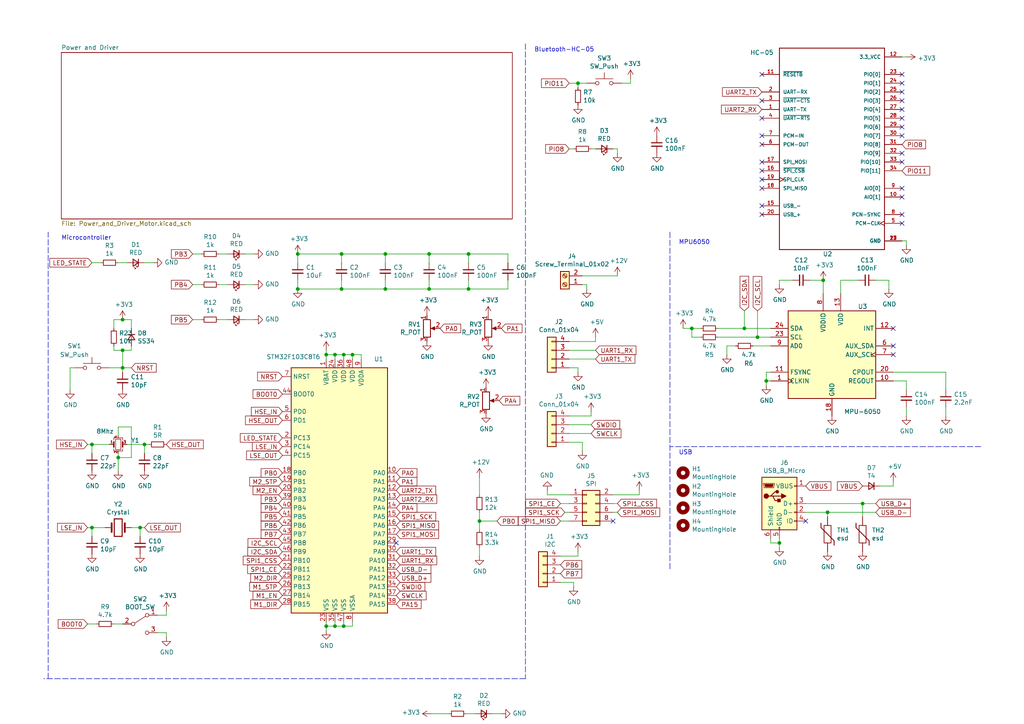
<source format=kicad_sch>
(kicad_sch (version 20211123) (generator eeschema)
  (paper "A4")
  (junction (at 94.615 102.87))
  (junction (at 200.66 95.25))
  (junction (at 238.76 81.28))
  (junction (at 111.76 83.82))
  (junction (at 226.06 157.48))
  (junction (at 26.67 153.035))
  (junction (at 41.91 128.905))
  (junction (at 135.89 73.66))
  (junction (at 35.56 106.68))
  (junction (at 102.235 102.87))
  (junction (at 97.155 102.87))
  (junction (at 86.36 73.66))
  (junction (at 26.67 128.905))
  (junction (at 99.695 181.61))
  (junction (at 135.89 83.82))
  (junction (at 215.9 95.25))
  (junction (at 97.155 181.61))
  (junction (at 35.56 101.6))
  (junction (at 167.64 24.13))
  (junction (at 222.25 110.49))
  (junction (at 240.03 148.59))
  (junction (at 250.19 146.05))
  (junction (at 139.065 151.13))
  (junction (at 94.615 181.61))
  (junction (at 40.64 153.035))
  (junction (at 124.46 83.82))
  (junction (at 124.46 73.66))
  (junction (at 99.06 83.82))
  (junction (at 219.71 97.79))
  (junction (at 99.695 102.87))
  (junction (at 86.36 83.82))
  (junction (at 99.06 73.66))
  (junction (at 34.29 132.715))
  (junction (at 111.76 73.66))
  (junction (at 35.56 92.71))
  (no_connect (at 220.98 41.91))
  (no_connect (at 261.62 54.61))
  (no_connect (at 220.98 34.29))
  (no_connect (at 114.935 157.48))
  (no_connect (at 259.08 95.25))
  (no_connect (at 233.68 151.13))
  (no_connect (at 261.62 24.13))
  (no_connect (at 220.98 46.99))
  (no_connect (at 220.98 29.21))
  (no_connect (at 220.98 39.37))
  (no_connect (at 261.62 26.67))
  (no_connect (at 177.8 151.13))
  (no_connect (at 261.62 64.77))
  (no_connect (at 220.98 21.59))
  (no_connect (at 261.62 62.23))
  (no_connect (at 220.98 59.69))
  (no_connect (at 220.98 54.61))
  (no_connect (at 261.62 34.29))
  (no_connect (at 261.62 36.83))
  (no_connect (at 259.08 102.87))
  (no_connect (at 261.62 39.37))
  (no_connect (at 220.98 52.07))
  (no_connect (at 220.98 49.53))
  (no_connect (at 261.62 21.59))
  (no_connect (at 220.98 62.23))
  (no_connect (at 261.62 44.45))
  (no_connect (at 261.62 29.21))
  (no_connect (at 261.62 46.99))
  (no_connect (at 259.08 100.33))
  (no_connect (at 261.62 57.15))
  (no_connect (at 261.62 31.75))
  (wire (pts (xy 142.875 207.01) (xy 145.415 207.01)))
  (wire (pts (xy 179.07 80.01) (xy 168.91 80.01)))
  (wire (pts (xy 262.89 120.65) (xy 262.89 118.11)))
  (wire (pts (xy 229.87 81.28) (xy 226.06 81.28)))
  (wire (pts (xy 223.52 100.33) (xy 218.44 100.33)))
  (wire (pts (xy 165.1 120.65) (xy 171.45 120.65)))
  (wire (pts (xy 40.64 153.035) (xy 41.91 153.035)))
  (wire (pts (xy 135.89 81.28) (xy 135.89 83.82)))
  (wire (pts (xy 203.2 95.25) (xy 200.66 95.25)))
  (wire (pts (xy 26.67 153.035) (xy 25.4 153.035)))
  (wire (pts (xy 40.64 155.575) (xy 40.64 153.035)))
  (wire (pts (xy 177.8 146.05) (xy 179.07 146.05)))
  (wire (pts (xy 147.32 81.28) (xy 147.32 83.82)))
  (wire (pts (xy 71.12 73.66) (xy 73.66 73.66)))
  (wire (pts (xy 222.25 107.95) (xy 222.25 110.49)))
  (wire (pts (xy 243.84 85.09) (xy 243.84 81.28)))
  (wire (pts (xy 58.42 82.55) (xy 55.88 82.55)))
  (wire (pts (xy 261.62 69.85) (xy 262.89 69.85)))
  (wire (pts (xy 240.03 148.59) (xy 233.68 148.59)))
  (wire (pts (xy 35.56 92.71) (xy 38.1 92.71)))
  (wire (pts (xy 26.67 128.905) (xy 25.4 128.905)))
  (wire (pts (xy 165.1 101.6) (xy 172.72 101.6)))
  (wire (pts (xy 38.1 123.825) (xy 38.1 132.715)))
  (wire (pts (xy 167.64 24.13) (xy 170.18 24.13)))
  (wire (pts (xy 41.91 131.445) (xy 41.91 128.905)))
  (wire (pts (xy 259.08 107.95) (xy 274.32 107.95)))
  (wire (pts (xy 162.56 151.13) (xy 165.1 151.13)))
  (wire (pts (xy 99.06 76.2) (xy 99.06 73.66)))
  (wire (pts (xy 102.235 102.87) (xy 104.775 102.87)))
  (wire (pts (xy 45.72 183.515) (xy 48.26 183.515)))
  (wire (pts (xy 172.72 99.06) (xy 165.1 99.06)))
  (wire (pts (xy 213.36 100.33) (xy 210.82 100.33)))
  (wire (pts (xy 165.1 143.51) (xy 158.75 143.51)))
  (wire (pts (xy 177.8 143.51) (xy 185.42 143.51)))
  (wire (pts (xy 34.29 123.825) (xy 38.1 123.825)))
  (wire (pts (xy 33.02 92.71) (xy 33.02 95.25)))
  (wire (pts (xy 40.64 153.035) (xy 38.1 153.035)))
  (wire (pts (xy 203.2 97.79) (xy 200.66 97.79)))
  (wire (pts (xy 99.06 83.82) (xy 86.36 83.82)))
  (wire (pts (xy 165.1 24.13) (xy 167.64 24.13)))
  (wire (pts (xy 124.46 73.66) (xy 135.89 73.66)))
  (wire (pts (xy 99.695 102.87) (xy 102.235 102.87)))
  (wire (pts (xy 259.08 140.97) (xy 259.08 139.7)))
  (wire (pts (xy 226.06 157.48) (xy 226.06 156.21)))
  (wire (pts (xy 26.67 131.445) (xy 26.67 128.905)))
  (wire (pts (xy 215.9 90.17) (xy 215.9 95.25)))
  (wire (pts (xy 26.67 128.905) (xy 31.75 128.905)))
  (wire (pts (xy 139.065 151.13) (xy 139.065 148.59)))
  (wire (pts (xy 86.36 76.2) (xy 86.36 73.66)))
  (wire (pts (xy 41.91 128.905) (xy 43.18 128.905)))
  (wire (pts (xy 63.5 92.71) (xy 66.04 92.71)))
  (wire (pts (xy 167.64 106.68) (xy 167.64 107.95)))
  (wire (pts (xy 250.19 146.05) (xy 254 146.05)))
  (wire (pts (xy 97.155 181.61) (xy 99.695 181.61)))
  (polyline (pts (xy 152.4 12.7) (xy 152.4 196.85)))
  (wire (pts (xy 97.155 102.87) (xy 97.155 104.14)))
  (wire (pts (xy 34.29 126.365) (xy 34.29 123.825)))
  (wire (pts (xy 99.695 181.61) (xy 102.235 181.61)))
  (wire (pts (xy 111.76 83.82) (xy 99.06 83.82)))
  (wire (pts (xy 27.94 180.975) (xy 25.4 180.975)))
  (wire (pts (xy 33.02 180.975) (xy 35.56 180.975)))
  (wire (pts (xy 274.32 118.11) (xy 274.32 120.65)))
  (wire (pts (xy 34.29 76.2) (xy 36.83 76.2)))
  (wire (pts (xy 102.235 181.61) (xy 102.235 180.34)))
  (wire (pts (xy 139.065 158.75) (xy 139.065 161.29)))
  (wire (pts (xy 21.59 106.68) (xy 20.32 106.68)))
  (wire (pts (xy 172.72 104.14) (xy 165.1 104.14)))
  (wire (pts (xy 165.1 128.27) (xy 168.91 128.27)))
  (wire (pts (xy 35.56 101.6) (xy 38.1 101.6)))
  (polyline (pts (xy 194.31 67.31) (xy 194.31 165.1)))
  (wire (pts (xy 99.695 180.34) (xy 99.695 181.61)))
  (wire (pts (xy 139.065 138.43) (xy 139.065 143.51)))
  (wire (pts (xy 48.26 183.515) (xy 48.26 184.785)))
  (wire (pts (xy 125.095 207.01) (xy 130.175 207.01)))
  (wire (pts (xy 124.46 83.82) (xy 111.76 83.82)))
  (wire (pts (xy 226.06 158.75) (xy 226.06 157.48)))
  (wire (pts (xy 86.36 73.66) (xy 99.06 73.66)))
  (wire (pts (xy 58.42 73.66) (xy 55.88 73.66)))
  (wire (pts (xy 165.1 146.05) (xy 162.56 146.05)))
  (wire (pts (xy 200.66 97.79) (xy 200.66 95.25)))
  (wire (pts (xy 259.08 110.49) (xy 262.89 110.49)))
  (wire (pts (xy 30.48 153.035) (xy 26.67 153.035)))
  (wire (pts (xy 179.07 43.18) (xy 179.07 44.45)))
  (wire (pts (xy 222.25 110.49) (xy 222.25 111.76)))
  (wire (pts (xy 223.52 97.79) (xy 219.71 97.79)))
  (wire (pts (xy 200.66 95.25) (xy 198.12 95.25)))
  (polyline (pts (xy 13.97 196.85) (xy 13.97 67.31)))
  (wire (pts (xy 94.615 102.87) (xy 94.615 104.14)))
  (wire (pts (xy 71.12 92.71) (xy 73.66 92.71)))
  (wire (pts (xy 94.615 101.6) (xy 94.615 102.87)))
  (wire (pts (xy 38.1 101.6) (xy 38.1 100.33)))
  (wire (pts (xy 254 148.59) (xy 240.03 148.59)))
  (wire (pts (xy 33.02 101.6) (xy 35.56 101.6)))
  (wire (pts (xy 48.26 177.165) (xy 48.26 178.435)))
  (wire (pts (xy 97.155 180.34) (xy 97.155 181.61)))
  (wire (pts (xy 182.88 24.13) (xy 180.34 24.13)))
  (wire (pts (xy 111.76 73.66) (xy 124.46 73.66)))
  (wire (pts (xy 234.95 81.28) (xy 238.76 81.28)))
  (wire (pts (xy 147.32 73.66) (xy 135.89 73.66)))
  (wire (pts (xy 208.28 95.25) (xy 215.9 95.25)))
  (wire (pts (xy 38.1 106.68) (xy 35.56 106.68)))
  (wire (pts (xy 274.32 107.95) (xy 274.32 113.03)))
  (wire (pts (xy 223.52 107.95) (xy 222.25 107.95)))
  (wire (pts (xy 58.42 92.71) (xy 55.88 92.71)))
  (wire (pts (xy 233.68 146.05) (xy 250.19 146.05)))
  (wire (pts (xy 219.71 97.79) (xy 208.28 97.79)))
  (wire (pts (xy 63.5 82.55) (xy 66.04 82.55)))
  (wire (pts (xy 238.76 81.28) (xy 238.76 85.09)))
  (wire (pts (xy 124.46 81.28) (xy 124.46 83.82)))
  (wire (pts (xy 167.64 160.02) (xy 167.64 161.29)))
  (wire (pts (xy 243.84 81.28) (xy 248.92 81.28)))
  (wire (pts (xy 177.8 148.59) (xy 179.07 148.59)))
  (wire (pts (xy 223.52 157.48) (xy 226.06 157.48)))
  (wire (pts (xy 94.615 180.34) (xy 94.615 181.61)))
  (wire (pts (xy 170.18 82.55) (xy 170.18 83.82)))
  (wire (pts (xy 262.89 16.51) (xy 261.62 16.51)))
  (wire (pts (xy 135.255 207.01) (xy 137.795 207.01)))
  (wire (pts (xy 41.91 76.2) (xy 44.45 76.2)))
  (wire (pts (xy 147.32 83.82) (xy 135.89 83.82)))
  (wire (pts (xy 38.1 92.71) (xy 38.1 95.25)))
  (wire (pts (xy 223.52 110.49) (xy 222.25 110.49)))
  (wire (pts (xy 139.065 153.67) (xy 139.065 151.13)))
  (wire (pts (xy 124.46 73.66) (xy 124.46 76.2)))
  (wire (pts (xy 215.9 95.25) (xy 223.52 95.25)))
  (wire (pts (xy 166.37 168.91) (xy 166.37 170.18)))
  (wire (pts (xy 219.71 90.17) (xy 219.71 97.79)))
  (wire (pts (xy 257.81 81.28) (xy 257.81 83.82)))
  (wire (pts (xy 168.91 128.27) (xy 168.91 130.81)))
  (wire (pts (xy 166.37 43.18) (xy 165.1 43.18)))
  (wire (pts (xy 35.56 101.6) (xy 35.56 106.68)))
  (wire (pts (xy 165.1 106.68) (xy 167.64 106.68)))
  (wire (pts (xy 135.89 73.66) (xy 135.89 76.2)))
  (wire (pts (xy 94.615 181.61) (xy 94.615 182.88)))
  (wire (pts (xy 254 81.28) (xy 257.81 81.28)))
  (polyline (pts (xy 284.48 129.54) (xy 194.31 129.54)))
  (wire (pts (xy 167.64 25.4) (xy 167.64 24.13)))
  (wire (pts (xy 147.32 76.2) (xy 147.32 73.66)))
  (wire (pts (xy 104.775 102.87) (xy 104.775 104.14)))
  (wire (pts (xy 34.29 136.525) (xy 34.29 132.715)))
  (wire (pts (xy 167.64 161.29) (xy 162.56 161.29)))
  (wire (pts (xy 135.89 83.82) (xy 124.46 83.82)))
  (wire (pts (xy 36.83 128.905) (xy 41.91 128.905)))
  (wire (pts (xy 172.72 43.18) (xy 171.45 43.18)))
  (wire (pts (xy 99.695 104.14) (xy 99.695 102.87)))
  (wire (pts (xy 144.145 151.13) (xy 139.065 151.13)))
  (wire (pts (xy 35.56 92.71) (xy 33.02 92.71)))
  (wire (pts (xy 97.155 102.87) (xy 99.695 102.87)))
  (wire (pts (xy 99.06 73.66) (xy 111.76 73.66)))
  (wire (pts (xy 94.615 181.61) (xy 97.155 181.61)))
  (wire (pts (xy 182.88 22.86) (xy 182.88 24.13)))
  (wire (pts (xy 99.06 81.28) (xy 99.06 83.82)))
  (wire (pts (xy 34.29 132.715) (xy 34.29 131.445)))
  (wire (pts (xy 111.76 76.2) (xy 111.76 73.66)))
  (wire (pts (xy 168.91 82.55) (xy 170.18 82.55)))
  (wire (pts (xy 172.72 97.79) (xy 172.72 99.06)))
  (wire (pts (xy 162.56 168.91) (xy 166.37 168.91)))
  (wire (pts (xy 38.1 132.715) (xy 34.29 132.715)))
  (wire (pts (xy 250.19 149.86) (xy 250.19 146.05)))
  (wire (pts (xy 262.89 110.49) (xy 262.89 113.03)))
  (wire (pts (xy 185.42 143.51) (xy 185.42 142.24)))
  (wire (pts (xy 63.5 73.66) (xy 66.04 73.66)))
  (wire (pts (xy 33.02 100.33) (xy 33.02 101.6)))
  (wire (pts (xy 210.82 100.33) (xy 210.82 102.87)))
  (wire (pts (xy 35.56 107.95) (xy 35.56 106.68)))
  (wire (pts (xy 35.56 106.68) (xy 31.75 106.68)))
  (wire (pts (xy 240.03 149.86) (xy 240.03 148.59)))
  (wire (pts (xy 102.235 104.14) (xy 102.235 102.87)))
  (wire (pts (xy 111.76 81.28) (xy 111.76 83.82)))
  (wire (pts (xy 20.32 106.68) (xy 20.32 113.03)))
  (wire (pts (xy 26.67 155.575) (xy 26.67 153.035)))
  (wire (pts (xy 226.06 81.28) (xy 226.06 82.55)))
  (wire (pts (xy 262.89 69.85) (xy 262.89 71.12)))
  (wire (pts (xy 48.26 178.435) (xy 45.72 178.435)))
  (wire (pts (xy 86.36 81.28) (xy 86.36 83.82)))
  (wire (pts (xy 223.52 156.21) (xy 223.52 157.48)))
  (wire (pts (xy 97.155 102.87) (xy 94.615 102.87)))
  (wire (pts (xy 165.1 148.59) (xy 163.83 148.59)))
  (wire (pts (xy 165.1 125.73) (xy 171.45 125.73)))
  (polyline (pts (xy 152.4 196.85) (xy 12.7 196.85)))
  (wire (pts (xy 171.45 123.19) (xy 165.1 123.19)))
  (wire (pts (xy 158.75 143.51) (xy 158.75 142.24)))
  (wire (pts (xy 29.21 76.2) (xy 26.67 76.2)))
  (wire (pts (xy 177.8 43.18) (xy 179.07 43.18)))
  (wire (pts (xy 171.45 120.65) (xy 171.45 119.38)))
  (wire (pts (xy 71.12 82.55) (xy 73.66 82.55)))
  (wire (pts (xy 255.27 140.97) (xy 259.08 140.97)))
  (text "Microcontroller\n" (at 17.78 69.85 0) (effects (font (size 1.27 1.27)) (justify left bottom)))
  (text "MPU6050\n" (at 196.85 71.12 0) (effects (font (size 1.27 1.27)) (justify left bottom)))
  (text "USB" (at 196.85 132.08 0) (effects (font (size 1.27 1.27)) (justify left bottom)))
  (text "Bluetooth-HC-05" (at 154.94 15.24 0) (effects (font (size 1.27 1.27)) (justify left bottom)))
  (global_label "PA1" (shape input) (at 114.935 139.7 0) (property "Intersheet References" "${INTERSHEET_REFS}" (effects hide)))
  (global_label "USB_D+" (shape input) (at 114.935 167.64 0) (property "Intersheet References" "${INTERSHEET_REFS}" (effects hide)))
  (global_label "M1_DIR" (shape input) (at 81.915 175.26 180) (property "Intersheet References" "${INTERSHEET_REFS}" (effects hide)))
  (global_label "I2C_SDA" (shape input) (at 81.915 160.02 180) (property "Intersheet References" "${INTERSHEET_REFS}" (effects hide)))
  (global_label "M2_DIR" (shape input) (at 81.915 167.64 180) (property "Intersheet References" "${INTERSHEET_REFS}" (effects hide)))
  (global_label "PB5" (shape input) (at 81.915 149.86 180) (property "Intersheet References" "${INTERSHEET_REFS}" (effects hide)))
  (global_label "UART1_RX" (shape input) (at 172.72 101.6 0) (property "Intersheet References" "${INTERSHEET_REFS}" (effects hide)))
  (global_label "PA15" (shape input) (at 114.935 175.26 0) (property "Intersheet References" "${INTERSHEET_REFS}" (effects hide)))
  (global_label "UART2_RX" (shape input) (at 220.98 31.75 180) (property "Intersheet References" "${INTERSHEET_REFS}" (effects hide)))
  (global_label "BOOT0" (shape input) (at 81.915 114.3 180) (property "Intersheet References" "${INTERSHEET_REFS}" (effects hide)))
  (global_label "USB_D-" (shape input) (at 114.935 165.1 0) (property "Intersheet References" "${INTERSHEET_REFS}" (effects hide)))
  (global_label "PA4" (shape input) (at 144.78 116.205 0) (property "Intersheet References" "${INTERSHEET_REFS}" (effects hide)))
  (global_label "NRST" (shape input) (at 81.915 109.22 180) (property "Intersheet References" "${INTERSHEET_REFS}" (effects hide)))
  (global_label "M2_EN" (shape input) (at 81.915 142.24 180) (property "Intersheet References" "${INTERSHEET_REFS}" (effects hide)))
  (global_label "PB5" (shape input) (at 55.88 92.71 180) (property "Intersheet References" "${INTERSHEET_REFS}" (effects hide)))
  (global_label "PA0" (shape input) (at 114.935 137.16 0) (property "Intersheet References" "${INTERSHEET_REFS}" (effects hide)))
  (global_label "M2_STP" (shape input) (at 81.915 139.7 180) (property "Intersheet References" "${INTERSHEET_REFS}" (effects hide)))
  (global_label "UART2_RX" (shape input) (at 114.935 144.78 0) (property "Intersheet References" "${INTERSHEET_REFS}" (effects hide)))
  (global_label "PIO11" (shape input) (at 165.1 24.13 180) (property "Intersheet References" "${INTERSHEET_REFS}" (effects hide)))
  (global_label "PB6" (shape input) (at 162.56 163.83 0) (property "Intersheet References" "${INTERSHEET_REFS}" (effects hide)))
  (global_label "PB3" (shape input) (at 81.915 144.78 180) (property "Intersheet References" "${INTERSHEET_REFS}" (effects hide)))
  (global_label "USB_D+" (shape input) (at 254 146.05 0) (property "Intersheet References" "${INTERSHEET_REFS}" (effects hide)))
  (global_label "SPI1_MISO" (shape input) (at 162.56 151.13 180) (property "Intersheet References" "${INTERSHEET_REFS}" (effects hide)))
  (global_label "LSE_IN" (shape input) (at 25.4 153.035 180) (property "Intersheet References" "${INTERSHEET_REFS}" (effects hide)))
  (global_label "SWCLK" (shape input) (at 114.935 172.72 0) (property "Intersheet References" "${INTERSHEET_REFS}" (effects hide)))
  (global_label "VBUS" (shape input) (at 233.68 140.97 0) (property "Intersheet References" "${INTERSHEET_REFS}" (effects hide)))
  (global_label "PIO8" (shape input) (at 165.1 43.18 180) (property "Intersheet References" "${INTERSHEET_REFS}" (effects hide)))
  (global_label "LED_STATE" (shape input) (at 26.67 76.2 180) (property "Intersheet References" "${INTERSHEET_REFS}" (effects hide)))
  (global_label "UART1_TX" (shape input) (at 114.935 160.02 0) (property "Intersheet References" "${INTERSHEET_REFS}" (effects hide)))
  (global_label "PB3" (shape input) (at 55.88 73.66 180) (property "Intersheet References" "${INTERSHEET_REFS}" (effects hide)))
  (global_label "SWCLK" (shape input) (at 171.45 125.73 0) (property "Intersheet References" "${INTERSHEET_REFS}" (effects hide)))
  (global_label "SPI1_SCK" (shape input) (at 163.83 148.59 180) (property "Intersheet References" "${INTERSHEET_REFS}" (effects hide)))
  (global_label "SPI1_CSS" (shape input) (at 179.07 146.05 0) (property "Intersheet References" "${INTERSHEET_REFS}" (effects hide)))
  (global_label "PA0" (shape input) (at 127.635 95.25 0) (property "Intersheet References" "${INTERSHEET_REFS}" (effects hide)))
  (global_label "PB4" (shape input) (at 55.88 82.55 180) (property "Intersheet References" "${INTERSHEET_REFS}" (effects hide)))
  (global_label "UART2_TX" (shape input) (at 220.98 26.67 180) (property "Intersheet References" "${INTERSHEET_REFS}" (effects hide)))
  (global_label "I2C_SDA" (shape input) (at 215.9 90.17 90) (property "Intersheet References" "${INTERSHEET_REFS}" (effects hide)))
  (global_label "HSE_OUT" (shape input) (at 48.26 128.905 0) (property "Intersheet References" "${INTERSHEET_REFS}" (effects hide)))
  (global_label "M1_STP" (shape input) (at 81.915 170.18 180) (property "Intersheet References" "${INTERSHEET_REFS}" (effects hide)))
  (global_label "LSE_IN" (shape input) (at 81.915 129.54 180) (property "Intersheet References" "${INTERSHEET_REFS}" (effects hide)))
  (global_label "SPI1_MOSI" (shape input) (at 114.935 154.94 0) (property "Intersheet References" "${INTERSHEET_REFS}" (effects hide)))
  (global_label "LSE_OUT" (shape input) (at 81.915 132.08 180) (property "Intersheet References" "${INTERSHEET_REFS}" (effects hide)))
  (global_label "PA1" (shape input) (at 145.415 95.25 0) (property "Intersheet References" "${INTERSHEET_REFS}" (effects hide)))
  (global_label "SPI1_CE" (shape input) (at 162.56 146.05 180) (property "Intersheet References" "${INTERSHEET_REFS}" (effects hide)))
  (global_label "VBUS" (shape input) (at 250.19 140.97 180) (property "Intersheet References" "${INTERSHEET_REFS}" (effects hide)))
  (global_label "I2C_SCL" (shape input) (at 219.71 90.17 90) (property "Intersheet References" "${INTERSHEET_REFS}" (effects hide)))
  (global_label "I2C_SCL" (shape input) (at 81.915 157.48 180) (property "Intersheet References" "${INTERSHEET_REFS}" (effects hide)))
  (global_label "HSE_IN" (shape input) (at 81.915 119.38 180) (property "Intersheet References" "${INTERSHEET_REFS}" (effects hide)))
  (global_label "SWDIO" (shape input) (at 114.935 170.18 0) (property "Intersheet References" "${INTERSHEET_REFS}" (effects hide)))
  (global_label "HSE_OUT" (shape input) (at 81.915 121.92 180) (property "Intersheet References" "${INTERSHEET_REFS}" (effects hide)))
  (global_label "PA4" (shape input) (at 114.935 147.32 0) (property "Intersheet References" "${INTERSHEET_REFS}" (effects hide)))
  (global_label "BOOT0" (shape input) (at 25.4 180.975 180) (property "Intersheet References" "${INTERSHEET_REFS}" (effects hide)))
  (global_label "SPI1_CSS" (shape input) (at 81.915 162.56 180) (property "Intersheet References" "${INTERSHEET_REFS}" (effects hide)))
  (global_label "PB0" (shape input) (at 81.915 137.16 180) (property "Intersheet References" "${INTERSHEET_REFS}" (effects hide)))
  (global_label "PIO8" (shape input) (at 261.62 41.91 0) (property "Intersheet References" "${INTERSHEET_REFS}" (effects hide)))
  (global_label "PB7" (shape input) (at 81.915 154.94 180) (property "Intersheet References" "${INTERSHEET_REFS}" (effects hide)))
  (global_label "PB4" (shape input) (at 81.915 147.32 180) (property "Intersheet References" "${INTERSHEET_REFS}" (effects hide)))
  (global_label "PIO11" (shape input) (at 261.62 49.53 0) (property "Intersheet References" "${INTERSHEET_REFS}" (effects hide)))
  (global_label "LSE_OUT" (shape input) (at 41.91 153.035 0) (property "Intersheet References" "${INTERSHEET_REFS}" (effects hide)))
  (global_label "PB6" (shape input) (at 81.915 152.4 180) (property "Intersheet References" "${INTERSHEET_REFS}" (effects hide)))
  (global_label "NRST" (shape input) (at 38.1 106.68 0) (property "Intersheet References" "${INTERSHEET_REFS}" (effects hide)))
  (global_label "LED_STATE" (shape input) (at 81.915 127 180) (property "Intersheet References" "${INTERSHEET_REFS}" (effects hide)))
  (global_label "UART2_TX" (shape input) (at 114.935 142.24 0) (property "Intersheet References" "${INTERSHEET_REFS}" (effects hide)))
  (global_label "HSE_IN" (shape input) (at 25.4 128.905 180) (property "Intersheet References" "${INTERSHEET_REFS}" (effects hide)))
  (global_label "UART1_RX" (shape input) (at 114.935 162.56 0) (property "Intersheet References" "${INTERSHEET_REFS}" (effects hide)))
  (global_label "SPI1_MOSI" (shape input) (at 179.07 148.59 0) (property "Intersheet References" "${INTERSHEET_REFS}" (effects hide)))
  (global_label "M1_EN" (shape input) (at 81.915 172.72 180) (property "Intersheet References" "${INTERSHEET_REFS}" (effects hide)))
  (global_label "SPI1_CE" (shape input) (at 81.915 165.1 180) (property "Intersheet References" "${INTERSHEET_REFS}" (effects hide)))
  (global_label "UART1_TX" (shape input) (at 172.72 104.14 0) (property "Intersheet References" "${INTERSHEET_REFS}" (effects hide)))
  (global_label "PB7" (shape input) (at 162.56 166.37 0) (property "Intersheet References" "${INTERSHEET_REFS}" (effects hide)))
  (global_label "PB0" (shape input) (at 144.145 151.13 0) (property "Intersheet References" "${INTERSHEET_REFS}" (effects hide)))
  (global_label "USB_D-" (shape input) (at 254 148.59 0) (property "Intersheet References" "${INTERSHEET_REFS}" (effects hide)))
  (global_label "SPI1_SCK" (shape input) (at 114.935 149.86 0) (property "Intersheet References" "${INTERSHEET_REFS}" (effects hide)))
  (global_label "SWDIO" (shape input) (at 171.45 123.19 0) (property "Intersheet References" "${INTERSHEET_REFS}" (effects hide)))
  (global_label "SPI1_MISO" (shape input) (at 114.935 152.4 0) (property "Intersheet References" "${INTERSHEET_REFS}" (effects hide)))
  (symbol (lib_id "Device:C_Small") (at 86.36 78.74 0) (unit 1)
    (property "Reference" "C1" (at 88.6968 77.5716 0) (effects (justify left)))
    (property "Value" "10uF" (at 88.6968 79.883 0) (effects (justify left)))
    (property "Footprint" "Capacitor_SMD:C_0805_2012Metric" (effects hide))
  )
  (symbol (lib_id "Device:C_Small") (at 99.06 78.74 0) (unit 1)
    (property "Reference" "C2" (at 101.3968 77.5716 0) (effects (justify left)))
    (property "Value" "100nF" (at 101.3968 79.883 0) (effects (justify left)))
    (property "Footprint" "Capacitor_SMD:C_0603_1608Metric" (effects hide))
  )
  (symbol (lib_id "Device:C_Small") (at 111.76 78.74 0) (unit 1)
    (property "Reference" "C3" (at 114.0968 77.5716 0) (effects (justify left)))
    (property "Value" "100nF" (at 114.0968 79.883 0) (effects (justify left)))
    (property "Footprint" "Capacitor_SMD:C_0603_1608Metric" (effects hide))
  )
  (symbol (lib_id "Device:C_Small") (at 124.46 78.74 0) (unit 1)
    (property "Reference" "C4" (at 126.7968 77.5716 0) (effects (justify left)))
    (property "Value" "100nF" (at 126.7968 79.883 0) (effects (justify left)))
    (property "Footprint" "Capacitor_SMD:C_0603_1608Metric" (effects hide))
  )
  (symbol (lib_id "Device:C_Small") (at 135.89 78.74 0) (unit 1)
    (property "Reference" "C5" (at 138.2268 77.5716 0) (effects (justify left)))
    (property "Value" "100nF" (at 138.2268 79.883 0) (effects (justify left)))
    (property "Footprint" "Capacitor_SMD:C_0603_1608Metric" (effects hide))
  )
  (symbol (lib_id "power:+3.3V") (at 86.36 73.66 0) (unit 1)
    (property "Reference" "#PWR014" (effects hide))
    (property "Value" "+3.3V" (at 86.741 69.2658 0))
  )
  (symbol (lib_id "power:GND") (at 86.36 83.82 0) (unit 1)
    (property "Reference" "#PWR015" (effects hide))
    (property "Value" "GND" (at 86.487 88.2142 0))
  )
  (symbol (lib_id "power:+3.3V") (at 94.615 101.6 0) (unit 1)
    (property "Reference" "#PWR016" (effects hide))
    (property "Value" "+3.3V" (at 94.996 97.2058 0))
  )
  (symbol (lib_id "MCU_ST_STM32F1:STM32F103C8Tx") (at 99.695 142.24 0) (unit 1)
    (property "Reference" "U1" (at 109.855 104.14 0))
    (property "Value" "STM32F103C8T6" (at 85.09 103.505 0))
    (property "Footprint" "Package_QFP:LQFP-48_7x7mm_P0.5mm" (effects hide))
    (property "Datasheet" "http://www.st.com/st-web-ui/static/active/en/resource/technical/document/datasheet/CD00161566.pdf" (effects hide))
  )
  (symbol (lib_id "Device:C_Small") (at 147.32 78.74 0) (unit 1)
    (property "Reference" "C6" (at 149.6568 77.5716 0) (effects (justify left)))
    (property "Value" "100nF" (at 149.6568 79.883 0) (effects (justify left)))
    (property "Footprint" "Capacitor_SMD:C_0603_1608Metric" (effects hide))
  )
  (symbol (lib_id "power:GND") (at 94.615 182.88 0) (unit 1)
    (property "Reference" "#PWR017" (effects hide))
    (property "Value" "GND" (at 94.742 187.2742 0))
  )
  (symbol (lib_id "Device:R_Small") (at 132.715 207.01 270) (unit 1)
    (property "Reference" "R2" (at 132.715 202.0316 90))
    (property "Value" "1k" (at 132.715 204.343 90))
    (property "Footprint" "Resistor_SMD:R_0603_1608Metric" (effects hide))
  )
  (symbol (lib_id "Device:R_Small") (at 30.48 180.975 90) (unit 1)
    (property "Reference" "R9" (at 30.48 175.9966 90))
    (property "Value" "4.7k" (at 30.48 178.308 90))
    (property "Footprint" "Resistor_SMD:R_0603_1608Metric" (effects hide))
  )
  (symbol (lib_id "Device:Crystal_GND24_Small") (at 34.29 128.905 0) (unit 1)
    (property "Reference" "Y1" (at 37.9476 127.7366 0) (effects (justify left)))
    (property "Value" "8Mhz" (at 27.94 125.095 0) (effects (justify left)))
    (property "Footprint" "Crystal:Crystal_SMD_3225-4Pin_3.2x2.5mm" (effects hide))
  )
  (symbol (lib_id "Device:R_Small") (at 45.72 128.905 270) (unit 1)
    (property "Reference" "R1" (at 45.72 123.9266 90))
    (property "Value" "5R" (at 45.72 126.238 90))
    (property "Footprint" "Resistor_SMD:R_0603_1608Metric" (effects hide))
  )
  (symbol (lib_id "Device:C_Small") (at 41.91 133.985 0) (unit 1)
    (property "Reference" "C8" (at 44.2468 132.8166 0) (effects (justify left)))
    (property "Value" "22pF" (at 44.2468 135.128 0) (effects (justify left)))
    (property "Footprint" "Capacitor_SMD:C_0603_1608Metric" (effects hide))
  )
  (symbol (lib_id "MBR-rescue:HC-05-HC-05") (at 241.3 44.45 0) (unit 1)
    (property "Reference" "U2" (at 240.03 73.66 0))
    (property "Value" "HC-05" (at 220.98 15.24 0))
    (property "Footprint" "HC-05:XCVR_HC-05" (effects hide))
    (property "Datasheet" "SOIC-14" (effects hide))
    (property "Field5" "Unavailable" (effects hide))
    (property "Field6" "HC-05" (effects hide))
    (property "Field7" "None" (effects hide))
    (property "Field8" "Texas Instruments" (effects hide))
  )
  (symbol (lib_id "Device:C_Small") (at 26.67 133.985 0) (unit 1)
    (property "Reference" "C7" (at 29.0068 132.8166 0) (effects (justify left)))
    (property "Value" "22pF" (at 29.0068 135.128 0) (effects (justify left)))
    (property "Footprint" "Capacitor_SMD:C_0603_1608Metric" (effects hide))
  )
  (symbol (lib_id "power:GND") (at 34.29 136.525 0) (unit 1)
    (property "Reference" "#PWR05" (effects hide))
    (property "Value" "GND" (at 34.417 140.9192 0))
  )
  (symbol (lib_id "power:GND") (at 26.67 136.525 0) (unit 1)
    (property "Reference" "#PWR01" (effects hide))
    (property "Value" "GND" (at 26.797 140.9192 0))
  )
  (symbol (lib_id "power:GND") (at 41.91 136.525 0) (unit 1)
    (property "Reference" "#PWR07" (effects hide))
    (property "Value" "GND" (at 42.037 140.9192 0))
  )
  (symbol (lib_id "Device:Crystal") (at 34.29 153.035 0) (unit 1)
    (property "Reference" "Y2" (at 34.29 146.2278 0))
    (property "Value" "Crystal" (at 34.29 148.5392 0))
    (property "Footprint" "Crystal:Crystal_C26-LF_D2.1mm_L6.5mm_Horizontal" (effects hide))
  )
  (symbol (lib_id "Device:C_Small") (at 26.67 158.115 0) (unit 1)
    (property "Reference" "C9" (at 29.0068 156.9466 0) (effects (justify left)))
    (property "Value" "10pF" (at 29.0068 159.258 0) (effects (justify left)))
    (property "Footprint" "Capacitor_SMD:C_0603_1608Metric" (effects hide))
  )
  (symbol (lib_id "Device:C_Small") (at 40.64 158.115 0) (unit 1)
    (property "Reference" "C10" (at 42.9768 156.9466 0) (effects (justify left)))
    (property "Value" "10pF" (at 42.9768 159.258 0) (effects (justify left)))
    (property "Footprint" "Capacitor_SMD:C_0603_1608Metric" (effects hide))
  )
  (symbol (lib_id "power:GND") (at 26.67 160.655 0) (unit 1)
    (property "Reference" "#PWR02" (effects hide))
    (property "Value" "GND" (at 26.797 165.0492 0))
  )
  (symbol (lib_id "power:GND") (at 40.64 160.655 0) (unit 1)
    (property "Reference" "#PWR06" (effects hide))
    (property "Value" "GND" (at 40.767 165.0492 0))
  )
  (symbol (lib_id "Switch:SW_Push") (at 26.67 106.68 0) (unit 1)
    (property "Reference" "SW1" (at 21.59 100.33 0))
    (property "Value" "SW_Push" (at 21.59 102.87 0))
    (property "Footprint" "Button_Switch_SMD:SW_SPST_TL3342" (effects hide))
  )
  (symbol (lib_id "Device:C_Small") (at 35.56 110.49 0) (unit 1)
    (property "Reference" "C11" (at 37.8968 109.3216 0) (effects (justify left)))
    (property "Value" "10pF" (at 37.8968 111.633 0) (effects (justify left)))
    (property "Footprint" "Capacitor_SMD:C_0603_1608Metric" (effects hide))
  )
  (symbol (lib_id "power:GND") (at 35.56 113.03 0) (unit 1)
    (property "Reference" "#PWR08" (effects hide))
    (property "Value" "GND" (at 35.687 117.4242 0))
  )
  (symbol (lib_id "power:GND") (at 20.32 113.03 0) (unit 1)
    (property "Reference" "#PWR03" (effects hide))
    (property "Value" "GND" (at 20.447 117.4242 0))
  )
  (symbol (lib_id "Device:LED_Small") (at 140.335 207.01 180) (unit 1)
    (property "Reference" "D2" (at 140.335 201.7522 0))
    (property "Value" "RED" (at 140.335 204.0636 0))
    (property "Footprint" "LED_SMD:LED_0603_1608Metric" (effects hide))
  )
  (symbol (lib_id "power:+3.3V") (at 125.095 207.01 90) (unit 1)
    (property "Reference" "#PWR018" (effects hide))
    (property "Value" "+3.3V" (at 121.8438 206.629 90) (effects (justify left)))
  )
  (symbol (lib_id "power:GND") (at 145.415 207.01 90) (unit 1)
    (property "Reference" "#PWR025" (effects hide))
    (property "Value" "GND" (at 148.6662 206.883 90) (effects (justify right)))
  )
  (symbol (lib_id "Device:R_Small") (at 31.75 76.2 270) (unit 1)
    (property "Reference" "R3" (at 31.75 71.2216 90))
    (property "Value" "1k" (at 31.75 73.533 90))
    (property "Footprint" "Resistor_SMD:R_0603_1608Metric" (effects hide))
  )
  (symbol (lib_id "Device:LED_Small") (at 39.37 76.2 180) (unit 1)
    (property "Reference" "D1" (at 39.37 70.9422 0))
    (property "Value" "RED" (at 39.37 73.2536 0))
    (property "Footprint" "LED_SMD:LED_0603_1608Metric" (effects hide))
  )
  (symbol (lib_id "power:GND") (at 44.45 76.2 90) (unit 1)
    (property "Reference" "#PWR04" (effects hide))
    (property "Value" "GND" (at 47.7012 76.073 90) (effects (justify right)))
  )
  (symbol (lib_id "Switch:SW_SPDT") (at 40.64 180.975 0) (unit 1)
    (property "Reference" "SW2" (at 40.64 173.736 0))
    (property "Value" "BOOT_SW" (at 40.64 176.0474 0))
    (property "Footprint" "Button_Switch_SMD:SW_SPDT_PCM12" (effects hide))
  )
  (symbol (lib_id "power:+3.3V") (at 48.26 177.165 0) (unit 1)
    (property "Reference" "#PWR09" (effects hide))
    (property "Value" "+3.3V" (at 48.641 172.7708 0))
  )
  (symbol (lib_id "power:GND") (at 48.26 184.785 0) (unit 1)
    (property "Reference" "#PWR010" (effects hide))
    (property "Value" "GND" (at 48.387 189.1792 0))
  )
  (symbol (lib_id "Sensor_Motion:MPU-6050") (at 241.3 102.87 0) (unit 1)
    (property "Reference" "U3" (at 250.19 88.9 0))
    (property "Value" "MPU-6050" (at 250.19 119.38 0))
    (property "Footprint" "Sensor_Motion:InvenSense_QFN-24_4x4mm_P0.5mm" (effects hide))
    (property "Datasheet" "https://store.invensense.com/datasheets/invensense/MPU-6050_DataSheet_V3%204.pdf" (effects hide))
  )
  (symbol (lib_id "Device:R_Small") (at 205.74 95.25 270) (unit 1)
    (property "Reference" "R4" (at 205.74 90.2716 90))
    (property "Value" "4.7k" (at 205.74 92.583 90))
    (property "Footprint" "Resistor_SMD:R_0603_1608Metric" (effects hide))
  )
  (symbol (lib_id "Device:R_Small") (at 205.74 97.79 270) (unit 1)
    (property "Reference" "R5" (at 205.74 102.87 90))
    (property "Value" "4.7k" (at 205.74 100.33 90))
    (property "Footprint" "Resistor_SMD:R_0603_1608Metric" (effects hide))
  )
  (symbol (lib_id "Device:R_Small") (at 215.9 100.33 270) (unit 1)
    (property "Reference" "R6" (at 217.17 105.41 90))
    (property "Value" "4.7k" (at 217.17 102.87 90))
    (property "Footprint" "Resistor_SMD:R_0603_1608Metric" (effects hide))
  )
  (symbol (lib_id "power:GND") (at 241.3 120.65 0) (unit 1)
    (property "Reference" "#PWR053" (effects hide))
    (property "Value" "GND" (at 241.427 125.0442 0))
  )
  (symbol (lib_id "power:GND") (at 222.25 111.76 0) (unit 1)
    (property "Reference" "#PWR047" (effects hide))
    (property "Value" "GND" (at 222.377 116.1542 0))
  )
  (symbol (lib_id "power:GND") (at 210.82 102.87 0) (unit 1)
    (property "Reference" "#PWR046" (effects hide))
    (property "Value" "GND" (at 210.947 107.2642 0))
  )
  (symbol (lib_id "power:+3.3V") (at 198.12 95.25 0) (unit 1)
    (property "Reference" "#PWR043" (effects hide))
    (property "Value" "+3.3V" (at 198.501 90.8558 0))
  )
  (symbol (lib_id "Device:C_Small") (at 262.89 115.57 0) (unit 1)
    (property "Reference" "C14" (at 265.2268 114.4016 0) (effects (justify left)))
    (property "Value" "100nF" (at 265.2268 116.713 0) (effects (justify left)))
    (property "Footprint" "Capacitor_SMD:C_0603_1608Metric" (effects hide))
  )
  (symbol (lib_id "power:GND") (at 262.89 120.65 0) (unit 1)
    (property "Reference" "#PWR059" (effects hide))
    (property "Value" "GND" (at 263.017 125.0442 0))
  )
  (symbol (lib_id "Device:C_Small") (at 274.32 115.57 0) (unit 1)
    (property "Reference" "C15" (at 276.6568 114.4016 0) (effects (justify left)))
    (property "Value" "2.2nF" (at 276.6568 116.713 0) (effects (justify left)))
    (property "Footprint" "Capacitor_SMD:C_0603_1608Metric" (effects hide))
  )
  (symbol (lib_id "power:GND") (at 274.32 120.65 0) (unit 1)
    (property "Reference" "#PWR060" (effects hide))
    (property "Value" "GND" (at 274.447 125.0442 0))
  )
  (symbol (lib_id "Device:C_Small") (at 251.46 81.28 270) (unit 1)
    (property "Reference" "C13" (at 251.46 75.4634 90))
    (property "Value" "100nF" (at 251.46 77.7748 90))
    (property "Footprint" "Capacitor_SMD:C_0603_1608Metric" (effects hide))
  )
  (symbol (lib_id "power:GND") (at 257.81 83.82 0) (unit 1)
    (property "Reference" "#PWR056" (effects hide))
    (property "Value" "GND" (at 257.937 88.2142 0))
  )
  (symbol (lib_id "Device:C_Small") (at 232.41 81.28 270) (unit 1)
    (property "Reference" "C12" (at 232.41 75.4634 90))
    (property "Value" "10nF" (at 232.41 77.7748 90))
    (property "Footprint" "Capacitor_SMD:C_0603_1608Metric" (effects hide))
  )
  (symbol (lib_id "power:+3.3V") (at 238.76 81.28 0) (unit 1)
    (property "Reference" "#PWR051" (effects hide))
    (property "Value" "+3.3V" (at 239.141 76.8858 0))
  )
  (symbol (lib_id "power:GND") (at 226.06 82.55 0) (unit 1)
    (property "Reference" "#PWR049" (effects hide))
    (property "Value" "GND" (at 226.187 86.9442 0))
  )
  (symbol (lib_id "Device:C_Small") (at 190.5 41.91 0) (unit 1)
    (property "Reference" "C16" (at 192.8368 40.7416 0) (effects (justify left)))
    (property "Value" "100nF" (at 192.8368 43.053 0) (effects (justify left)))
    (property "Footprint" "Capacitor_SMD:C_0603_1608Metric" (effects hide))
  )
  (symbol (lib_id "power:+3.3V") (at 190.5 39.37 0) (unit 1)
    (property "Reference" "#PWR041" (effects hide))
    (property "Value" "+3.3V" (at 190.881 34.9758 0))
  )
  (symbol (lib_id "power:GND") (at 190.5 44.45 0) (unit 1)
    (property "Reference" "#PWR042" (effects hide))
    (property "Value" "GND" (at 190.627 48.8442 0))
  )
  (symbol (lib_id "power:+3.3V") (at 262.89 16.51 270) (unit 1)
    (property "Reference" "#PWR044" (effects hide))
    (property "Value" "+3.3V" (at 266.1412 16.891 90) (effects (justify left)))
  )
  (symbol (lib_id "Switch:SW_Push") (at 175.26 24.13 0) (unit 1)
    (property "Reference" "SW3" (at 175.26 16.891 0))
    (property "Value" "SW_Push" (at 175.26 19.2024 0))
    (property "Footprint" "Button_Switch_SMD:SW_SPST_TL3342" (effects hide))
  )
  (symbol (lib_id "Device:R_Small") (at 167.64 27.94 180) (unit 1)
    (property "Reference" "R7" (at 169.1386 26.7716 0) (effects (justify right)))
    (property "Value" "10k" (at 169.1386 29.083 0) (effects (justify right)))
    (property "Footprint" "Resistor_SMD:R_0603_1608Metric" (effects hide))
  )
  (symbol (lib_id "power:GND") (at 167.64 30.48 0) (unit 1)
    (property "Reference" "#PWR030" (effects hide))
    (property "Value" "GND" (at 167.767 34.8742 0))
  )
  (symbol (lib_id "power:+3.3V") (at 182.88 22.86 0) (unit 1)
    (property "Reference" "#PWR039" (effects hide))
    (property "Value" "+3.3V" (at 183.261 18.4658 0))
  )
  (symbol (lib_id "Device:R_Small") (at 168.91 43.18 90) (unit 1)
    (property "Reference" "R8" (at 168.91 38.2016 90))
    (property "Value" "1k" (at 168.91 40.513 90))
    (property "Footprint" "Resistor_SMD:R_0603_1608Metric" (effects hide))
  )
  (symbol (lib_id "Device:LED_Small") (at 175.26 43.18 180) (unit 1)
    (property "Reference" "D3" (at 175.26 37.9222 0))
    (property "Value" "RED" (at 175.26 40.2336 0))
    (property "Footprint" "LED_SMD:LED_0603_1608Metric" (effects hide))
  )
  (symbol (lib_id "power:GND") (at 179.07 44.45 0) (unit 1)
    (property "Reference" "#PWR037" (effects hide))
    (property "Value" "GND" (at 179.197 48.8442 0))
  )
  (symbol (lib_id "power:GND") (at 262.89 71.12 0) (unit 1)
    (property "Reference" "#PWR058" (effects hide))
    (property "Value" "GND" (at 263.017 75.5142 0))
  )
  (symbol (lib_id "Mechanical:MountingHole") (at 198.12 137.16 0) (unit 1)
    (property "Reference" "H1" (at 200.66 135.9916 0) (effects (justify left)))
    (property "Value" "MountingHole" (at 200.66 138.303 0) (effects (justify left)))
    (property "Footprint" "MountingHole:MountingHole_3.2mm_M3_Pad_Via" (effects hide))
  )
  (symbol (lib_id "Mechanical:MountingHole") (at 198.12 142.24 0) (unit 1)
    (property "Reference" "H2" (at 200.66 141.0716 0) (effects (justify left)))
    (property "Value" "MountingHole" (at 200.66 143.383 0) (effects (justify left)))
    (property "Footprint" "MountingHole:MountingHole_3.2mm_M3_Pad_Via" (effects hide))
  )
  (symbol (lib_id "Mechanical:MountingHole") (at 198.12 147.32 0) (unit 1)
    (property "Reference" "H3" (at 200.66 146.1516 0) (effects (justify left)))
    (property "Value" "MountingHole" (at 200.66 148.463 0) (effects (justify left)))
    (property "Footprint" "MountingHole:MountingHole_3.2mm_M3_Pad_Via" (effects hide))
  )
  (symbol (lib_id "Mechanical:MountingHole") (at 198.12 152.4 0) (unit 1)
    (property "Reference" "H4" (at 200.66 151.2316 0) (effects (justify left)))
    (property "Value" "MountingHole" (at 200.66 153.543 0) (effects (justify left)))
    (property "Footprint" "MountingHole:MountingHole_3.2mm_M3_Pad_Via" (effects hide))
  )
  (symbol (lib_id "MBR-rescue:USB_B_Micro-Connector") (at 226.06 146.05 0) (unit 1)
    (property "Reference" "J6" (at 227.5078 134.1882 0))
    (property "Value" "USB_B_Micro" (at 227.5078 136.4996 0))
    (property "Footprint" "Connector_USB:USB_Micro-B_Molex-105017-0001" (effects hide))
  )
  (symbol (lib_id "power:GND") (at 226.06 158.75 0) (unit 1)
    (property "Reference" "#PWR050" (effects hide))
    (property "Value" "GND" (at 226.187 163.1442 0))
  )
  (symbol (lib_id "Device:Thermistor") (at 240.03 154.94 0) (unit 1)
    (property "Reference" "TH1" (at 242.697 153.7716 0) (effects (justify left)))
    (property "Value" "esd" (at 242.697 156.083 0) (effects (justify left)))
    (property "Footprint" "Diode_SMD:D_0603_1608Metric" (effects hide))
  )
  (symbol (lib_id "Device:Thermistor") (at 250.19 154.94 0) (unit 1)
    (property "Reference" "TH2" (at 252.857 153.7716 0) (effects (justify left)))
    (property "Value" "esd" (at 252.857 156.083 0) (effects (justify left)))
    (property "Footprint" "Diode_SMD:D_0603_1608Metric" (effects hide))
  )
  (symbol (lib_id "power:GND") (at 240.03 160.02 0) (unit 1)
    (property "Reference" "#PWR052" (effects hide))
    (property "Value" "GND" (at 240.157 164.4142 0))
  )
  (symbol (lib_id "power:GND") (at 250.19 160.02 0) (unit 1)
    (property "Reference" "#PWR055" (effects hide))
    (property "Value" "GND" (at 250.317 164.4142 0))
  )
  (symbol (lib_id "Device:D_Small") (at 252.73 140.97 180) (unit 1)
    (property "Reference" "D7" (at 252.73 135.7122 0))
    (property "Value" "T4" (at 252.73 138.0236 0))
    (property "Footprint" "Diode_SMD:D_SOD-123" (effects hide))
  )
  (symbol (lib_id "power:+5V") (at 259.08 139.7 0) (unit 1)
    (property "Reference" "#PWR057" (effects hide))
    (property "Value" "+5V" (at 259.461 135.3058 0))
  )
  (symbol (lib_id "Connector:Screw_Terminal_01x02") (at 163.83 82.55 180) (unit 1)
    (property "Reference" "J4" (at 165.9128 74.295 0))
    (property "Value" "Screw_Terminal_01x02" (at 165.9128 76.6064 0))
    (property "Footprint" "TerminalBlock:TerminalBlock_bornier-2_P5.08mm" (effects hide))
  )
  (symbol (lib_id "power:GND") (at 170.18 83.82 0) (unit 1)
    (property "Reference" "#PWR034" (effects hide))
    (property "Value" "GND" (at 170.307 88.2142 0))
  )
  (symbol (lib_id "power:+12V") (at 179.07 80.01 0) (unit 1)
    (property "Reference" "#PWR038" (effects hide))
    (property "Value" "+12V" (at 179.451 75.6158 0))
  )
  (symbol (lib_id "Connector_Generic:Conn_01x04") (at 160.02 104.14 180) (unit 1)
    (property "Reference" "J2" (at 162.1028 93.345 0))
    (property "Value" "Conn_01x04" (at 162.1028 95.6564 0))
    (property "Footprint" "Connector_JST:JST_EH_B4B-EH-A_1x04_P2.50mm_Vertical" (effects hide))
  )
  (symbol (lib_id "power:GND") (at 167.64 107.95 0) (unit 1)
    (property "Reference" "#PWR031" (effects hide))
    (property "Value" "GND" (at 167.767 112.3442 0))
  )
  (symbol (lib_id "power:+5V") (at 172.72 97.79 0) (unit 1)
    (property "Reference" "#PWR036" (effects hide))
    (property "Value" "+5V" (at 173.101 93.3958 0))
  )
  (symbol (lib_id "Connector_Generic:Conn_01x04") (at 160.02 125.73 180) (unit 1)
    (property "Reference" "J3" (at 162.1028 114.935 0))
    (property "Value" "Conn_01x04" (at 162.1028 117.2464 0))
    (property "Footprint" "Connector_JST:JST_EH_B4B-EH-A_1x04_P2.50mm_Vertical" (effects hide))
  )
  (symbol (lib_id "power:+3.3V") (at 171.45 119.38 0) (unit 1)
    (property "Reference" "#PWR035" (effects hide))
    (property "Value" "+3.3V" (at 171.831 114.9858 0))
  )
  (symbol (lib_id "power:GND") (at 168.91 130.81 0) (unit 1)
    (property "Reference" "#PWR033" (effects hide))
    (property "Value" "GND" (at 169.037 135.2042 0))
  )
  (symbol (lib_id "Connector_Generic:Conn_02x04_Odd_Even") (at 170.18 146.05 0) (unit 1)
    (property "Reference" "J5" (at 171.45 137.9982 0))
    (property "Value" "SPI" (at 171.45 140.3096 0))
    (property "Footprint" "Connector_PinHeader_2.54mm:PinHeader_2x04_P2.54mm_Vertical" (effects hide))
  )
  (symbol (lib_id "power:+3.3V") (at 185.42 142.24 0) (unit 1)
    (property "Reference" "#PWR040" (effects hide))
    (property "Value" "+3.3V" (at 185.801 137.8458 0))
  )
  (symbol (lib_id "power:GND") (at 158.75 142.24 180) (unit 1)
    (property "Reference" "#PWR028" (effects hide))
    (property "Value" "GND" (at 158.623 137.8458 0))
  )
  (symbol (lib_id "Connector_Generic:Conn_01x04") (at 157.48 166.37 180) (unit 1)
    (property "Reference" "J1" (at 159.5628 155.575 0))
    (property "Value" "I2C" (at 159.5628 157.8864 0))
    (property "Footprint" "Connector_JST:JST_EH_B4B-EH-A_1x04_P2.50mm_Vertical" (effects hide))
  )
  (symbol (lib_id "power:+3.3V") (at 167.64 160.02 0) (unit 1)
    (property "Reference" "#PWR032" (effects hide))
    (property "Value" "+3.3V" (at 168.021 155.6258 0))
  )
  (symbol (lib_id "power:GND") (at 166.37 170.18 0) (unit 1)
    (property "Reference" "#PWR029" (effects hide))
    (property "Value" "GND" (at 166.497 174.5742 0))
  )
  (symbol (lib_id "Device:R_POT") (at 123.825 95.25 0) (unit 1)
    (property "Reference" "RV1" (at 122.0724 94.0816 0) (effects (justify right)))
    (property "Value" "R_POT" (at 122.0724 96.393 0) (effects (justify right)))
    (property "Footprint" "Potentiometer_THT:Potentiometer_Vishay_T73YP_Vertical" (effects hide))
  )
  (symbol (lib_id "power:+3.3V") (at 123.825 91.44 0) (unit 1)
    (property "Reference" "#PWR019" (effects hide))
    (property "Value" "+3.3V" (at 124.206 87.0458 0))
  )
  (symbol (lib_id "power:GND") (at 123.825 99.06 0) (unit 1)
    (property "Reference" "#PWR020" (effects hide))
    (property "Value" "GND" (at 123.952 103.4542 0))
  )
  (symbol (lib_id "Device:R_POT") (at 141.605 95.25 0) (unit 1)
    (property "Reference" "RV3" (at 139.8524 94.0816 0) (effects (justify right)))
    (property "Value" "R_POT" (at 139.8524 96.393 0) (effects (justify right)))
    (property "Footprint" "Potentiometer_THT:Potentiometer_Vishay_T73YP_Vertical" (effects hide))
  )
  (symbol (lib_id "power:+3.3V") (at 141.605 91.44 0) (unit 1)
    (property "Reference" "#PWR026" (effects hide))
    (property "Value" "+3.3V" (at 141.986 87.0458 0))
  )
  (symbol (lib_id "power:GND") (at 141.605 99.06 0) (unit 1)
    (property "Reference" "#PWR027" (effects hide))
    (property "Value" "GND" (at 141.732 103.4542 0))
  )
  (symbol (lib_id "Device:R_POT") (at 140.97 116.205 0) (unit 1)
    (property "Reference" "RV2" (at 139.2174 115.0366 0) (effects (justify right)))
    (property "Value" "R_POT" (at 139.2174 117.348 0) (effects (justify right)))
    (property "Footprint" "Potentiometer_THT:Potentiometer_Vishay_T73YP_Vertical" (effects hide))
  )
  (symbol (lib_id "power:+3.3V") (at 140.97 112.395 0) (unit 1)
    (property "Reference" "#PWR021" (effects hide))
    (property "Value" "+3.3V" (at 141.351 108.0008 0))
  )
  (symbol (lib_id "power:GND") (at 140.97 120.015 0) (unit 1)
    (property "Reference" "#PWR022" (effects hide))
    (property "Value" "GND" (at 141.097 124.4092 0))
  )
  (symbol (lib_id "Device:R_Small") (at 60.96 73.66 270) (unit 1)
    (property "Reference" "R10" (at 60.96 68.6816 90))
    (property "Value" "1k" (at 60.96 70.993 90))
    (property "Footprint" "Resistor_SMD:R_0603_1608Metric" (effects hide))
  )
  (symbol (lib_id "Device:LED_Small") (at 68.58 73.66 180) (unit 1)
    (property "Reference" "D4" (at 68.58 68.4022 0))
    (property "Value" "RED" (at 68.58 70.7136 0))
    (property "Footprint" "LED_SMD:LED_0603_1608Metric" (effects hide))
  )
  (symbol (lib_id "power:GND") (at 73.66 73.66 90) (unit 1)
    (property "Reference" "#PWR011" (effects hide))
    (property "Value" "GND" (at 76.9112 73.533 90) (effects (justify right)))
  )
  (symbol (lib_id "Device:R_Small") (at 60.96 82.55 270) (unit 1)
    (property "Reference" "R11" (at 60.96 77.5716 90))
    (property "Value" "1k" (at 60.96 79.883 90))
    (property "Footprint" "Resistor_SMD:R_0603_1608Metric" (effects hide))
  )
  (symbol (lib_id "Device:LED_Small") (at 68.58 82.55 180) (unit 1)
    (property "Reference" "D5" (at 68.58 77.2922 0))
    (property "Value" "RED" (at 68.58 79.6036 0))
    (property "Footprint" "LED_SMD:LED_0603_1608Metric" (effects hide))
  )
  (symbol (lib_id "power:GND") (at 73.66 82.55 90) (unit 1)
    (property "Reference" "#PWR012" (effects hide))
    (property "Value" "GND" (at 76.9112 82.423 90) (effects (justify right)))
  )
  (symbol (lib_id "Device:R_Small") (at 60.96 92.71 270) (unit 1)
    (property "Reference" "R12" (at 60.96 87.7316 90))
    (property "Value" "1k" (at 60.96 90.043 90))
    (property "Footprint" "Resistor_SMD:R_0603_1608Metric" (effects hide))
  )
  (symbol (lib_id "Device:LED_Small") (at 68.58 92.71 180) (unit 1)
    (property "Reference" "D6" (at 68.58 87.4522 0))
    (property "Value" "RED" (at 68.58 89.7636 0))
    (property "Footprint" "LED_SMD:LED_0603_1608Metric" (effects hide))
  )
  (symbol (lib_id "power:GND") (at 73.66 92.71 90) (unit 1)
    (property "Reference" "#PWR013" (effects hide))
    (property "Value" "GND" (at 76.9112 92.583 90) (effects (justify right)))
  )
  (symbol (lib_id "Device:R_Small") (at 139.065 146.05 180) (unit 1)
    (property "Reference" "R13" (at 140.5636 144.8816 0) (effects (justify right)))
    (property "Value" "12k" (at 140.5636 147.193 0) (effects (justify right)))
    (property "Footprint" "Resistor_SMD:R_0603_1608Metric" (effects hide))
  )
  (symbol (lib_id "Device:R_Small") (at 139.065 156.21 180) (unit 1)
    (property "Reference" "R14" (at 140.5636 155.0416 0) (effects (justify right)))
    (property "Value" "3.3k" (at 140.5636 157.353 0) (effects (justify right)))
    (property "Footprint" "Resistor_SMD:R_0603_1608Metric" (effects hide))
  )
  (symbol (lib_id "power:+12V") (at 139.065 138.43 0) (unit 1)
    (property "Reference" "#PWR023" (effects hide))
    (property "Value" "+12V" (at 139.446 134.0358 0))
  )
  (symbol (lib_id "power:GND") (at 139.065 161.29 0) (unit 1)
    (property "Reference" "#PWR024" (effects hide))
    (property "Value" "GND" (at 139.192 165.6842 0))
  )
  (symbol (lib_id "Device:R_Small") (at 33.02 97.79 0) (unit 1)
    (property "Reference" "R23" (at 34.5186 96.6216 0) (effects (justify left)))
    (property "Value" "10k" (at 34.5186 98.933 0) (effects (justify left)))
  )
  (symbol (lib_id "Device:D_Small") (at 38.1 97.79 270) (unit 1)
    (property "Reference" "D8" (at 39.878 96.6216 90) (effects (justify left)))
    (property "Value" "SS34" (at 39.878 98.933 90) (effects (justify left)))
  )
  (symbol (lib_id "power:+3.3V") (at 35.56 92.71 0) (unit 1)
    (property "Reference" "#PWR0101" (effects hide))
    (property "Value" "+3.3V" (at 35.941 88.3158 0))
  )
  (sheet (at 17.78 15.24) (size 130.81 48.26)
    (property "Sheet name" "Power and Driver" (at 17.78 14.5284 0) (effects (justify left bottom)))
    (property "Sheet file" "Power_and_Driver_Motor.kicad_sch" (at 17.78 64.0846 0) (effects (justify left top)))
  )
)
</source>
